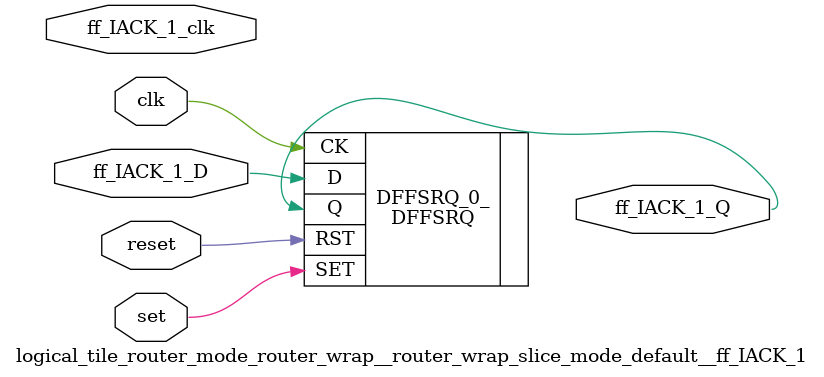
<source format=v>
`default_nettype none

module logical_tile_router_mode_router_wrap__router_wrap_slice_mode_default__ff_IACK_1(set,
                                                                                       reset,
                                                                                       clk,
                                                                                       ff_IACK_1_D,
                                                                                       ff_IACK_1_Q,
                                                                                       ff_IACK_1_clk);
//----- GLOBAL PORTS -----
input [0:0] set;
//----- GLOBAL PORTS -----
input [0:0] reset;
//----- GLOBAL PORTS -----
input [0:0] clk;
//----- INPUT PORTS -----
input [0:0] ff_IACK_1_D;
//----- OUTPUT PORTS -----
output [0:0] ff_IACK_1_Q;
//----- CLOCK PORTS -----
input [0:0] ff_IACK_1_clk;

//----- BEGIN wire-connection ports -----
wire [0:0] ff_IACK_1_D;
wire [0:0] ff_IACK_1_Q;
wire [0:0] ff_IACK_1_clk;
//----- END wire-connection ports -----


//----- BEGIN Registered ports -----
//----- END Registered ports -----



// ----- BEGIN Local short connections -----
// ----- END Local short connections -----
// ----- BEGIN Local output short connections -----
// ----- END Local output short connections -----

	DFFSRQ DFFSRQ_0_ (
		.SET(set),
		.RST(reset),
		.CK(clk),
		.D(ff_IACK_1_D),
		.Q(ff_IACK_1_Q));

endmodule
// ----- END Verilog module for logical_tile_router_mode_router_wrap__router_wrap_slice_mode_default__ff_IACK_1 -----

//----- Default net type -----
`default_nettype wire




</source>
